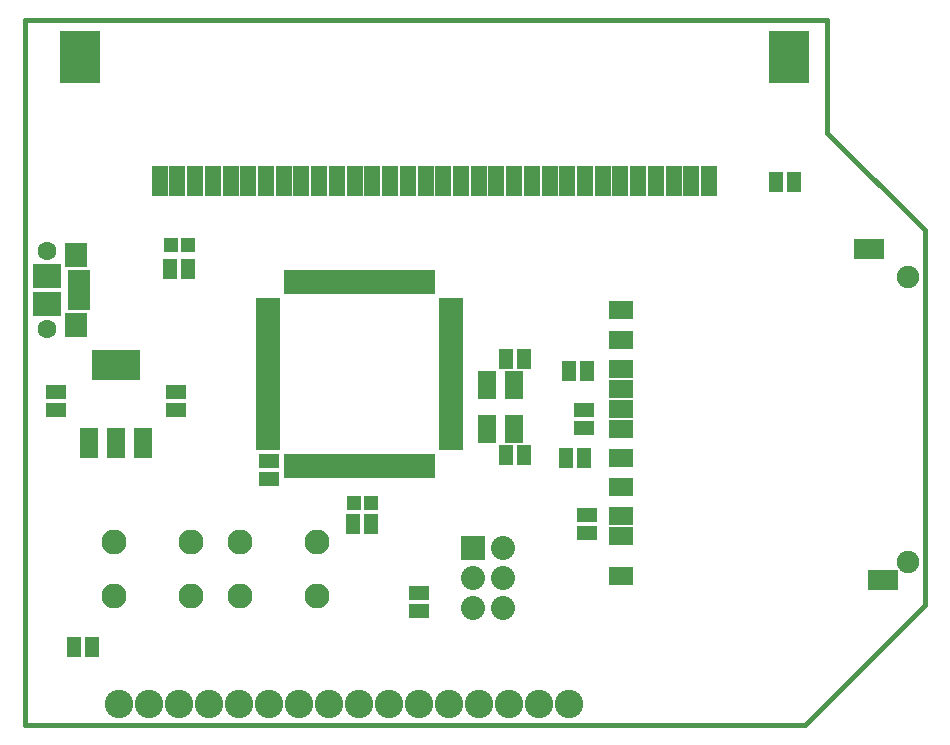
<source format=gts>
G04 (created by PCBNEW-RS274X (2012-01-19 BZR 3256)-stable) date 6/8/2014 1:57:20 PM*
G01*
G70*
G90*
%MOIN*%
G04 Gerber Fmt 3.4, Leading zero omitted, Abs format*
%FSLAX34Y34*%
G04 APERTURE LIST*
%ADD10C,0.006000*%
%ADD11C,0.015000*%
%ADD12R,0.079100X0.059400*%
%ADD13C,0.075100*%
%ADD14R,0.098700X0.067200*%
%ADD15R,0.037700X0.079100*%
%ADD16R,0.079100X0.037700*%
%ADD17R,0.073100X0.035700*%
%ADD18R,0.075100X0.083000*%
%ADD19R,0.094800X0.083000*%
%ADD20C,0.063300*%
%ADD21R,0.164000X0.100000*%
%ADD22R,0.060000X0.100000*%
%ADD23C,0.094800*%
%ADD24R,0.057400X0.098700*%
%ADD25R,0.138100X0.177500*%
%ADD26R,0.063300X0.094800*%
%ADD27C,0.083000*%
%ADD28R,0.045000X0.065000*%
%ADD29R,0.065000X0.045000*%
%ADD30R,0.080000X0.080000*%
%ADD31C,0.080000*%
%ADD32R,0.051400X0.051400*%
G04 APERTURE END LIST*
G54D10*
G54D11*
X73750Y-58500D02*
X65000Y-58500D01*
X77750Y-54500D02*
X73750Y-58500D01*
X47750Y-35000D02*
X48250Y-35000D01*
X47750Y-56250D02*
X47750Y-35000D01*
X65000Y-58500D02*
X47750Y-58500D01*
X77750Y-42000D02*
X77750Y-54500D01*
X74500Y-38750D02*
X77750Y-42000D01*
X74500Y-35000D02*
X74500Y-38750D01*
X48250Y-35000D02*
X74500Y-35000D01*
X47750Y-58500D02*
X47750Y-56250D01*
G54D12*
X67617Y-47980D03*
X67617Y-48630D03*
X67617Y-47311D03*
X67617Y-46642D03*
X67617Y-45657D03*
X67617Y-44673D03*
X67617Y-49614D03*
X67617Y-50579D03*
X67617Y-51535D03*
X67617Y-52205D03*
G54D13*
X77183Y-43551D03*
X77183Y-53059D03*
G54D14*
X75884Y-42646D03*
X76357Y-53669D03*
G54D12*
X67617Y-53531D03*
G54D15*
X56538Y-49851D03*
X56853Y-49851D03*
X57168Y-49851D03*
X57483Y-49851D03*
X57798Y-49851D03*
X58113Y-49851D03*
X58428Y-49851D03*
X58743Y-49851D03*
X59057Y-49851D03*
X59372Y-49851D03*
X59687Y-49851D03*
X60002Y-49851D03*
X60317Y-49851D03*
X60632Y-49851D03*
X60947Y-49851D03*
X61262Y-49851D03*
X61262Y-43749D03*
X60947Y-43749D03*
X60632Y-43749D03*
X60317Y-43749D03*
X60002Y-43749D03*
X59687Y-43749D03*
X59372Y-43749D03*
X59057Y-43749D03*
X58743Y-43749D03*
X58428Y-43749D03*
X58113Y-43749D03*
X57798Y-43749D03*
X57483Y-43749D03*
X57168Y-43749D03*
X56853Y-43749D03*
X56538Y-43749D03*
G54D16*
X61951Y-49162D03*
X61951Y-48847D03*
X61951Y-48532D03*
X61951Y-48217D03*
X61951Y-47902D03*
X61951Y-47587D03*
X61951Y-47272D03*
X61951Y-46957D03*
X61951Y-46643D03*
X61951Y-46328D03*
X61951Y-46013D03*
X61951Y-45698D03*
X61951Y-45383D03*
X61951Y-45068D03*
X61951Y-44753D03*
X61951Y-44438D03*
X55849Y-44438D03*
X55849Y-44753D03*
X55849Y-45068D03*
X55849Y-45383D03*
X55849Y-45698D03*
X55849Y-46013D03*
X55849Y-46328D03*
X55849Y-46643D03*
X55849Y-46957D03*
X55849Y-47272D03*
X55849Y-47587D03*
X55849Y-47902D03*
X55849Y-48217D03*
X55849Y-48532D03*
X55849Y-48847D03*
X55849Y-49162D03*
G54D17*
X49553Y-43488D03*
X49553Y-43744D03*
X49553Y-44000D03*
X49553Y-44256D03*
X49553Y-44512D03*
G54D18*
X49465Y-45181D03*
X49465Y-42819D03*
G54D19*
X48500Y-44472D03*
X48500Y-43528D03*
G54D20*
X48500Y-45299D03*
X48500Y-42701D03*
G54D21*
X50800Y-46500D03*
G54D22*
X50800Y-49100D03*
X51700Y-49100D03*
X49900Y-49100D03*
G54D23*
X50900Y-57800D03*
X51900Y-57800D03*
X52900Y-57800D03*
X53900Y-57800D03*
X54900Y-57800D03*
X55900Y-57800D03*
X56900Y-57800D03*
X57900Y-57800D03*
X58900Y-57800D03*
X59900Y-57800D03*
X60900Y-57800D03*
X61900Y-57800D03*
X62900Y-57800D03*
X63900Y-57800D03*
X64900Y-57800D03*
X65900Y-57800D03*
G54D24*
X52246Y-40365D03*
X52837Y-40365D03*
X53428Y-40365D03*
X54018Y-40365D03*
X54609Y-40365D03*
X55199Y-40365D03*
X55790Y-40365D03*
X56380Y-40365D03*
X56971Y-40365D03*
X57561Y-40365D03*
X58152Y-40365D03*
X58743Y-40365D03*
X59333Y-40365D03*
X59924Y-40365D03*
X60514Y-40365D03*
X61105Y-40365D03*
X61695Y-40365D03*
X62286Y-40365D03*
X62876Y-40365D03*
X63467Y-40365D03*
X64057Y-40365D03*
X64648Y-40365D03*
X65239Y-40365D03*
X65829Y-40365D03*
X66420Y-40365D03*
X67010Y-40365D03*
X67601Y-40365D03*
X68191Y-40365D03*
X68782Y-40365D03*
X69372Y-40365D03*
X69963Y-40365D03*
X70554Y-40365D03*
G54D25*
X49589Y-36231D03*
X73211Y-36231D03*
G54D26*
X64053Y-48628D03*
X64053Y-47172D03*
X63147Y-47172D03*
X63147Y-48628D03*
G54D27*
X57480Y-54186D03*
X54920Y-54186D03*
X57480Y-52414D03*
X54920Y-52414D03*
X53280Y-54186D03*
X50720Y-54186D03*
X53280Y-52414D03*
X50720Y-52414D03*
G54D28*
X63800Y-49500D03*
X64400Y-49500D03*
X64400Y-46300D03*
X63800Y-46300D03*
G54D29*
X52800Y-48000D03*
X52800Y-47400D03*
X55900Y-49700D03*
X55900Y-50300D03*
X48800Y-48000D03*
X48800Y-47400D03*
X66400Y-48600D03*
X66400Y-48000D03*
X66500Y-52100D03*
X66500Y-51500D03*
G54D28*
X59300Y-51800D03*
X58700Y-51800D03*
X53200Y-43300D03*
X52600Y-43300D03*
X65800Y-49600D03*
X66400Y-49600D03*
X65900Y-46700D03*
X66500Y-46700D03*
X49400Y-55900D03*
X50000Y-55900D03*
G54D29*
X60900Y-54100D03*
X60900Y-54700D03*
G54D28*
X72800Y-40400D03*
X73400Y-40400D03*
G54D30*
X62700Y-52600D03*
G54D31*
X63700Y-52600D03*
X62700Y-53600D03*
X63700Y-53600D03*
X62700Y-54600D03*
X63700Y-54600D03*
G54D32*
X58705Y-51100D03*
X59295Y-51100D03*
X52605Y-42500D03*
X53195Y-42500D03*
M02*

</source>
